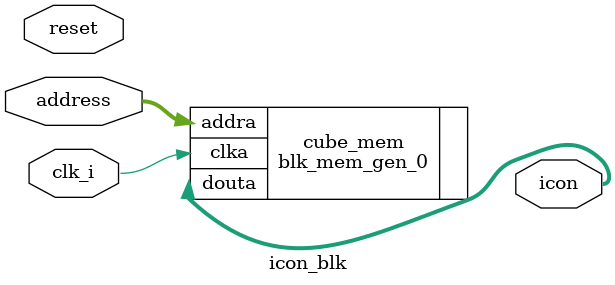
<source format=v>
module icon_blk( input 	clk_i, reset, input [17:0] address,
                        output [5:0] icon 
            );
    

   //CUBE COE file loaded in the block ROM
   blk_mem_gen_0 cube_mem (
      .clka(clk_i),    // input wire clka
      .addra(address),  // input wire [17 : 0] addra
      .douta(icon)  // output wire [5 : 0] douta
    ); 
        
endmodule
</source>
